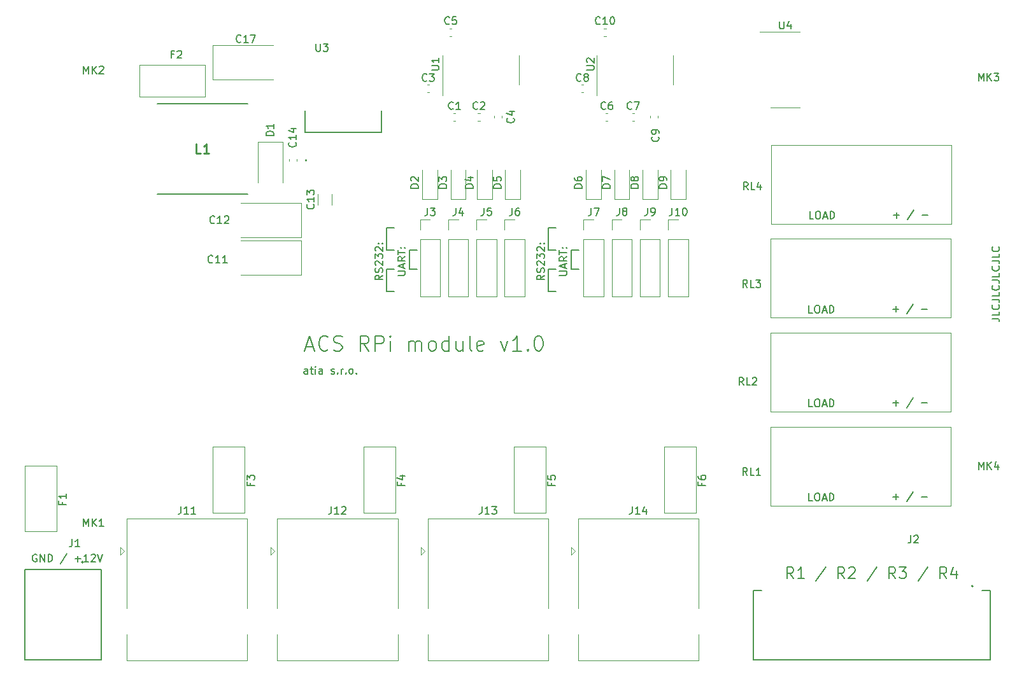
<source format=gto>
G04 #@! TF.GenerationSoftware,KiCad,Pcbnew,5.1.9*
G04 #@! TF.CreationDate,2021-02-24T22:30:28+01:00*
G04 #@! TF.ProjectId,rpi_module,7270695f-6d6f-4647-956c-652e6b696361,rev?*
G04 #@! TF.SameCoordinates,Original*
G04 #@! TF.FileFunction,Legend,Top*
G04 #@! TF.FilePolarity,Positive*
%FSLAX46Y46*%
G04 Gerber Fmt 4.6, Leading zero omitted, Abs format (unit mm)*
G04 Created by KiCad (PCBNEW 5.1.9) date 2021-02-24 22:30:28*
%MOMM*%
%LPD*%
G01*
G04 APERTURE LIST*
%ADD10C,0.150000*%
%ADD11C,0.200000*%
%ADD12C,0.127000*%
%ADD13C,0.120000*%
%ADD14C,0.254000*%
G04 APERTURE END LIST*
D10*
X329452380Y-106119047D02*
X330166666Y-106119047D01*
X330309523Y-106166666D01*
X330404761Y-106261904D01*
X330452380Y-106404761D01*
X330452380Y-106500000D01*
X330452380Y-105166666D02*
X330452380Y-105642857D01*
X329452380Y-105642857D01*
X330357142Y-104261904D02*
X330404761Y-104309523D01*
X330452380Y-104452380D01*
X330452380Y-104547619D01*
X330404761Y-104690476D01*
X330309523Y-104785714D01*
X330214285Y-104833333D01*
X330023809Y-104880952D01*
X329880952Y-104880952D01*
X329690476Y-104833333D01*
X329595238Y-104785714D01*
X329500000Y-104690476D01*
X329452380Y-104547619D01*
X329452380Y-104452380D01*
X329500000Y-104309523D01*
X329547619Y-104261904D01*
X329452380Y-103547619D02*
X330166666Y-103547619D01*
X330309523Y-103595238D01*
X330404761Y-103690476D01*
X330452380Y-103833333D01*
X330452380Y-103928571D01*
X330452380Y-102595238D02*
X330452380Y-103071428D01*
X329452380Y-103071428D01*
X330357142Y-101690476D02*
X330404761Y-101738095D01*
X330452380Y-101880952D01*
X330452380Y-101976190D01*
X330404761Y-102119047D01*
X330309523Y-102214285D01*
X330214285Y-102261904D01*
X330023809Y-102309523D01*
X329880952Y-102309523D01*
X329690476Y-102261904D01*
X329595238Y-102214285D01*
X329500000Y-102119047D01*
X329452380Y-101976190D01*
X329452380Y-101880952D01*
X329500000Y-101738095D01*
X329547619Y-101690476D01*
X329452380Y-100976190D02*
X330166666Y-100976190D01*
X330309523Y-101023809D01*
X330404761Y-101119047D01*
X330452380Y-101261904D01*
X330452380Y-101357142D01*
X330452380Y-100023809D02*
X330452380Y-100500000D01*
X329452380Y-100500000D01*
X330357142Y-99119047D02*
X330404761Y-99166666D01*
X330452380Y-99309523D01*
X330452380Y-99404761D01*
X330404761Y-99547619D01*
X330309523Y-99642857D01*
X330214285Y-99690476D01*
X330023809Y-99738095D01*
X329880952Y-99738095D01*
X329690476Y-99690476D01*
X329595238Y-99642857D01*
X329500000Y-99547619D01*
X329452380Y-99404761D01*
X329452380Y-99309523D01*
X329500000Y-99166666D01*
X329547619Y-99119047D01*
X329452380Y-98404761D02*
X330166666Y-98404761D01*
X330309523Y-98452380D01*
X330404761Y-98547619D01*
X330452380Y-98690476D01*
X330452380Y-98785714D01*
X330452380Y-97452380D02*
X330452380Y-97928571D01*
X329452380Y-97928571D01*
X330357142Y-96547619D02*
X330404761Y-96595238D01*
X330452380Y-96738095D01*
X330452380Y-96833333D01*
X330404761Y-96976190D01*
X330309523Y-97071428D01*
X330214285Y-97119047D01*
X330023809Y-97166666D01*
X329880952Y-97166666D01*
X329690476Y-97119047D01*
X329595238Y-97071428D01*
X329500000Y-96976190D01*
X329452380Y-96833333D01*
X329452380Y-96738095D01*
X329500000Y-96595238D01*
X329547619Y-96547619D01*
X238476190Y-113452380D02*
X238476190Y-112928571D01*
X238428571Y-112833333D01*
X238333333Y-112785714D01*
X238142857Y-112785714D01*
X238047619Y-112833333D01*
X238476190Y-113404761D02*
X238380952Y-113452380D01*
X238142857Y-113452380D01*
X238047619Y-113404761D01*
X238000000Y-113309523D01*
X238000000Y-113214285D01*
X238047619Y-113119047D01*
X238142857Y-113071428D01*
X238380952Y-113071428D01*
X238476190Y-113023809D01*
X238809523Y-112785714D02*
X239190476Y-112785714D01*
X238952380Y-112452380D02*
X238952380Y-113309523D01*
X239000000Y-113404761D01*
X239095238Y-113452380D01*
X239190476Y-113452380D01*
X239523809Y-113452380D02*
X239523809Y-112785714D01*
X239523809Y-112452380D02*
X239476190Y-112500000D01*
X239523809Y-112547619D01*
X239571428Y-112500000D01*
X239523809Y-112452380D01*
X239523809Y-112547619D01*
X240428571Y-113452380D02*
X240428571Y-112928571D01*
X240380952Y-112833333D01*
X240285714Y-112785714D01*
X240095238Y-112785714D01*
X240000000Y-112833333D01*
X240428571Y-113404761D02*
X240333333Y-113452380D01*
X240095238Y-113452380D01*
X240000000Y-113404761D01*
X239952380Y-113309523D01*
X239952380Y-113214285D01*
X240000000Y-113119047D01*
X240095238Y-113071428D01*
X240333333Y-113071428D01*
X240428571Y-113023809D01*
X241619047Y-113404761D02*
X241714285Y-113452380D01*
X241904761Y-113452380D01*
X242000000Y-113404761D01*
X242047619Y-113309523D01*
X242047619Y-113261904D01*
X242000000Y-113166666D01*
X241904761Y-113119047D01*
X241761904Y-113119047D01*
X241666666Y-113071428D01*
X241619047Y-112976190D01*
X241619047Y-112928571D01*
X241666666Y-112833333D01*
X241761904Y-112785714D01*
X241904761Y-112785714D01*
X242000000Y-112833333D01*
X242476190Y-113357142D02*
X242523809Y-113404761D01*
X242476190Y-113452380D01*
X242428571Y-113404761D01*
X242476190Y-113357142D01*
X242476190Y-113452380D01*
X242952380Y-113452380D02*
X242952380Y-112785714D01*
X242952380Y-112976190D02*
X243000000Y-112880952D01*
X243047619Y-112833333D01*
X243142857Y-112785714D01*
X243238095Y-112785714D01*
X243571428Y-113357142D02*
X243619047Y-113404761D01*
X243571428Y-113452380D01*
X243523809Y-113404761D01*
X243571428Y-113357142D01*
X243571428Y-113452380D01*
X244190476Y-113452380D02*
X244095238Y-113404761D01*
X244047619Y-113357142D01*
X244000000Y-113261904D01*
X244000000Y-112976190D01*
X244047619Y-112880952D01*
X244095238Y-112833333D01*
X244190476Y-112785714D01*
X244333333Y-112785714D01*
X244428571Y-112833333D01*
X244476190Y-112880952D01*
X244523809Y-112976190D01*
X244523809Y-113261904D01*
X244476190Y-113357142D01*
X244428571Y-113404761D01*
X244333333Y-113452380D01*
X244190476Y-113452380D01*
X244952380Y-113357142D02*
X245000000Y-113404761D01*
X244952380Y-113452380D01*
X244904761Y-113404761D01*
X244952380Y-113357142D01*
X244952380Y-113452380D01*
X238238095Y-109833333D02*
X239190476Y-109833333D01*
X238047619Y-110404761D02*
X238714285Y-108404761D01*
X239380952Y-110404761D01*
X241190476Y-110214285D02*
X241095238Y-110309523D01*
X240809523Y-110404761D01*
X240619047Y-110404761D01*
X240333333Y-110309523D01*
X240142857Y-110119047D01*
X240047619Y-109928571D01*
X239952380Y-109547619D01*
X239952380Y-109261904D01*
X240047619Y-108880952D01*
X240142857Y-108690476D01*
X240333333Y-108500000D01*
X240619047Y-108404761D01*
X240809523Y-108404761D01*
X241095238Y-108500000D01*
X241190476Y-108595238D01*
X241952380Y-110309523D02*
X242238095Y-110404761D01*
X242714285Y-110404761D01*
X242904761Y-110309523D01*
X243000000Y-110214285D01*
X243095238Y-110023809D01*
X243095238Y-109833333D01*
X243000000Y-109642857D01*
X242904761Y-109547619D01*
X242714285Y-109452380D01*
X242333333Y-109357142D01*
X242142857Y-109261904D01*
X242047619Y-109166666D01*
X241952380Y-108976190D01*
X241952380Y-108785714D01*
X242047619Y-108595238D01*
X242142857Y-108500000D01*
X242333333Y-108404761D01*
X242809523Y-108404761D01*
X243095238Y-108500000D01*
X246619047Y-110404761D02*
X245952380Y-109452380D01*
X245476190Y-110404761D02*
X245476190Y-108404761D01*
X246238095Y-108404761D01*
X246428571Y-108500000D01*
X246523809Y-108595238D01*
X246619047Y-108785714D01*
X246619047Y-109071428D01*
X246523809Y-109261904D01*
X246428571Y-109357142D01*
X246238095Y-109452380D01*
X245476190Y-109452380D01*
X247476190Y-110404761D02*
X247476190Y-108404761D01*
X248238095Y-108404761D01*
X248428571Y-108500000D01*
X248523809Y-108595238D01*
X248619047Y-108785714D01*
X248619047Y-109071428D01*
X248523809Y-109261904D01*
X248428571Y-109357142D01*
X248238095Y-109452380D01*
X247476190Y-109452380D01*
X249476190Y-110404761D02*
X249476190Y-109071428D01*
X249476190Y-108404761D02*
X249380952Y-108500000D01*
X249476190Y-108595238D01*
X249571428Y-108500000D01*
X249476190Y-108404761D01*
X249476190Y-108595238D01*
X251952380Y-110404761D02*
X251952380Y-109071428D01*
X251952380Y-109261904D02*
X252047619Y-109166666D01*
X252238095Y-109071428D01*
X252523809Y-109071428D01*
X252714285Y-109166666D01*
X252809523Y-109357142D01*
X252809523Y-110404761D01*
X252809523Y-109357142D02*
X252904761Y-109166666D01*
X253095238Y-109071428D01*
X253380952Y-109071428D01*
X253571428Y-109166666D01*
X253666666Y-109357142D01*
X253666666Y-110404761D01*
X254904761Y-110404761D02*
X254714285Y-110309523D01*
X254619047Y-110214285D01*
X254523809Y-110023809D01*
X254523809Y-109452380D01*
X254619047Y-109261904D01*
X254714285Y-109166666D01*
X254904761Y-109071428D01*
X255190476Y-109071428D01*
X255380952Y-109166666D01*
X255476190Y-109261904D01*
X255571428Y-109452380D01*
X255571428Y-110023809D01*
X255476190Y-110214285D01*
X255380952Y-110309523D01*
X255190476Y-110404761D01*
X254904761Y-110404761D01*
X257285714Y-110404761D02*
X257285714Y-108404761D01*
X257285714Y-110309523D02*
X257095238Y-110404761D01*
X256714285Y-110404761D01*
X256523809Y-110309523D01*
X256428571Y-110214285D01*
X256333333Y-110023809D01*
X256333333Y-109452380D01*
X256428571Y-109261904D01*
X256523809Y-109166666D01*
X256714285Y-109071428D01*
X257095238Y-109071428D01*
X257285714Y-109166666D01*
X259095238Y-109071428D02*
X259095238Y-110404761D01*
X258238095Y-109071428D02*
X258238095Y-110119047D01*
X258333333Y-110309523D01*
X258523809Y-110404761D01*
X258809523Y-110404761D01*
X259000000Y-110309523D01*
X259095238Y-110214285D01*
X260333333Y-110404761D02*
X260142857Y-110309523D01*
X260047619Y-110119047D01*
X260047619Y-108404761D01*
X261857142Y-110309523D02*
X261666666Y-110404761D01*
X261285714Y-110404761D01*
X261095238Y-110309523D01*
X261000000Y-110119047D01*
X261000000Y-109357142D01*
X261095238Y-109166666D01*
X261285714Y-109071428D01*
X261666666Y-109071428D01*
X261857142Y-109166666D01*
X261952380Y-109357142D01*
X261952380Y-109547619D01*
X261000000Y-109738095D01*
X264142857Y-109071428D02*
X264619047Y-110404761D01*
X265095238Y-109071428D01*
X266904761Y-110404761D02*
X265761904Y-110404761D01*
X266333333Y-110404761D02*
X266333333Y-108404761D01*
X266142857Y-108690476D01*
X265952380Y-108880952D01*
X265761904Y-108976190D01*
X267761904Y-110214285D02*
X267857142Y-110309523D01*
X267761904Y-110404761D01*
X267666666Y-110309523D01*
X267761904Y-110214285D01*
X267761904Y-110404761D01*
X269095238Y-108404761D02*
X269285714Y-108404761D01*
X269476190Y-108500000D01*
X269571428Y-108595238D01*
X269666666Y-108785714D01*
X269761904Y-109166666D01*
X269761904Y-109642857D01*
X269666666Y-110023809D01*
X269571428Y-110214285D01*
X269476190Y-110309523D01*
X269285714Y-110404761D01*
X269095238Y-110404761D01*
X268904761Y-110309523D01*
X268809523Y-110214285D01*
X268714285Y-110023809D01*
X268619047Y-109642857D01*
X268619047Y-109166666D01*
X268714285Y-108785714D01*
X268809523Y-108595238D01*
X268904761Y-108500000D01*
X269095238Y-108404761D01*
X303071428Y-140678571D02*
X302571428Y-139964285D01*
X302214285Y-140678571D02*
X302214285Y-139178571D01*
X302785714Y-139178571D01*
X302928571Y-139250000D01*
X303000000Y-139321428D01*
X303071428Y-139464285D01*
X303071428Y-139678571D01*
X303000000Y-139821428D01*
X302928571Y-139892857D01*
X302785714Y-139964285D01*
X302214285Y-139964285D01*
X304500000Y-140678571D02*
X303642857Y-140678571D01*
X304071428Y-140678571D02*
X304071428Y-139178571D01*
X303928571Y-139392857D01*
X303785714Y-139535714D01*
X303642857Y-139607142D01*
X307357142Y-139107142D02*
X306071428Y-141035714D01*
X309857142Y-140678571D02*
X309357142Y-139964285D01*
X309000000Y-140678571D02*
X309000000Y-139178571D01*
X309571428Y-139178571D01*
X309714285Y-139250000D01*
X309785714Y-139321428D01*
X309857142Y-139464285D01*
X309857142Y-139678571D01*
X309785714Y-139821428D01*
X309714285Y-139892857D01*
X309571428Y-139964285D01*
X309000000Y-139964285D01*
X310428571Y-139321428D02*
X310500000Y-139250000D01*
X310642857Y-139178571D01*
X311000000Y-139178571D01*
X311142857Y-139250000D01*
X311214285Y-139321428D01*
X311285714Y-139464285D01*
X311285714Y-139607142D01*
X311214285Y-139821428D01*
X310357142Y-140678571D01*
X311285714Y-140678571D01*
X314142857Y-139107142D02*
X312857142Y-141035714D01*
X316642857Y-140678571D02*
X316142857Y-139964285D01*
X315785714Y-140678571D02*
X315785714Y-139178571D01*
X316357142Y-139178571D01*
X316500000Y-139250000D01*
X316571428Y-139321428D01*
X316642857Y-139464285D01*
X316642857Y-139678571D01*
X316571428Y-139821428D01*
X316500000Y-139892857D01*
X316357142Y-139964285D01*
X315785714Y-139964285D01*
X317142857Y-139178571D02*
X318071428Y-139178571D01*
X317571428Y-139750000D01*
X317785714Y-139750000D01*
X317928571Y-139821428D01*
X318000000Y-139892857D01*
X318071428Y-140035714D01*
X318071428Y-140392857D01*
X318000000Y-140535714D01*
X317928571Y-140607142D01*
X317785714Y-140678571D01*
X317357142Y-140678571D01*
X317214285Y-140607142D01*
X317142857Y-140535714D01*
X320928571Y-139107142D02*
X319642857Y-141035714D01*
X323428571Y-140678571D02*
X322928571Y-139964285D01*
X322571428Y-140678571D02*
X322571428Y-139178571D01*
X323142857Y-139178571D01*
X323285714Y-139250000D01*
X323357142Y-139321428D01*
X323428571Y-139464285D01*
X323428571Y-139678571D01*
X323357142Y-139821428D01*
X323285714Y-139892857D01*
X323142857Y-139964285D01*
X322571428Y-139964285D01*
X324714285Y-139678571D02*
X324714285Y-140678571D01*
X324357142Y-139107142D02*
X324000000Y-140178571D01*
X324928571Y-140178571D01*
X269952380Y-100333333D02*
X269476190Y-100666666D01*
X269952380Y-100904761D02*
X268952380Y-100904761D01*
X268952380Y-100523809D01*
X269000000Y-100428571D01*
X269047619Y-100380952D01*
X269142857Y-100333333D01*
X269285714Y-100333333D01*
X269380952Y-100380952D01*
X269428571Y-100428571D01*
X269476190Y-100523809D01*
X269476190Y-100904761D01*
X269904761Y-99952380D02*
X269952380Y-99809523D01*
X269952380Y-99571428D01*
X269904761Y-99476190D01*
X269857142Y-99428571D01*
X269761904Y-99380952D01*
X269666666Y-99380952D01*
X269571428Y-99428571D01*
X269523809Y-99476190D01*
X269476190Y-99571428D01*
X269428571Y-99761904D01*
X269380952Y-99857142D01*
X269333333Y-99904761D01*
X269238095Y-99952380D01*
X269142857Y-99952380D01*
X269047619Y-99904761D01*
X269000000Y-99857142D01*
X268952380Y-99761904D01*
X268952380Y-99523809D01*
X269000000Y-99380952D01*
X269047619Y-99000000D02*
X269000000Y-98952380D01*
X268952380Y-98857142D01*
X268952380Y-98619047D01*
X269000000Y-98523809D01*
X269047619Y-98476190D01*
X269142857Y-98428571D01*
X269238095Y-98428571D01*
X269380952Y-98476190D01*
X269952380Y-99047619D01*
X269952380Y-98428571D01*
X268952380Y-98095238D02*
X268952380Y-97476190D01*
X269333333Y-97809523D01*
X269333333Y-97666666D01*
X269380952Y-97571428D01*
X269428571Y-97523809D01*
X269523809Y-97476190D01*
X269761904Y-97476190D01*
X269857142Y-97523809D01*
X269904761Y-97571428D01*
X269952380Y-97666666D01*
X269952380Y-97952380D01*
X269904761Y-98047619D01*
X269857142Y-98095238D01*
X269047619Y-97095238D02*
X269000000Y-97047619D01*
X268952380Y-96952380D01*
X268952380Y-96714285D01*
X269000000Y-96619047D01*
X269047619Y-96571428D01*
X269142857Y-96523809D01*
X269238095Y-96523809D01*
X269380952Y-96571428D01*
X269952380Y-97142857D01*
X269952380Y-96523809D01*
X269857142Y-96095238D02*
X269904761Y-96047619D01*
X269952380Y-96095238D01*
X269904761Y-96142857D01*
X269857142Y-96095238D01*
X269952380Y-96095238D01*
X269333333Y-96095238D02*
X269380952Y-96047619D01*
X269428571Y-96095238D01*
X269380952Y-96142857D01*
X269333333Y-96095238D01*
X269428571Y-96095238D01*
X274500000Y-99500000D02*
X273500000Y-99500000D01*
X271500000Y-97000000D02*
X270500000Y-97000000D01*
X273500000Y-99500000D02*
X273500000Y-97000000D01*
X271500000Y-102500000D02*
X270500000Y-102500000D01*
X270500000Y-94000000D02*
X271500000Y-94000000D01*
X273500000Y-97000000D02*
X274500000Y-97000000D01*
X270500000Y-99500000D02*
X271500000Y-99500000D01*
X271952380Y-100333333D02*
X272761904Y-100333333D01*
X272857142Y-100285714D01*
X272904761Y-100238095D01*
X272952380Y-100142857D01*
X272952380Y-99952380D01*
X272904761Y-99857142D01*
X272857142Y-99809523D01*
X272761904Y-99761904D01*
X271952380Y-99761904D01*
X272666666Y-99333333D02*
X272666666Y-98857142D01*
X272952380Y-99428571D02*
X271952380Y-99095238D01*
X272952380Y-98761904D01*
X272952380Y-97857142D02*
X272476190Y-98190476D01*
X272952380Y-98428571D02*
X271952380Y-98428571D01*
X271952380Y-98047619D01*
X272000000Y-97952380D01*
X272047619Y-97904761D01*
X272142857Y-97857142D01*
X272285714Y-97857142D01*
X272380952Y-97904761D01*
X272428571Y-97952380D01*
X272476190Y-98047619D01*
X272476190Y-98428571D01*
X271952380Y-97571428D02*
X271952380Y-97000000D01*
X272952380Y-97285714D02*
X271952380Y-97285714D01*
X272857142Y-96666666D02*
X272904761Y-96619047D01*
X272952380Y-96666666D01*
X272904761Y-96714285D01*
X272857142Y-96666666D01*
X272952380Y-96666666D01*
X272333333Y-96666666D02*
X272380952Y-96619047D01*
X272428571Y-96666666D01*
X272380952Y-96714285D01*
X272333333Y-96666666D01*
X272428571Y-96666666D01*
X270500000Y-102500000D02*
X270500000Y-99500000D01*
X270500000Y-97000000D02*
X270500000Y-94000000D01*
X248452380Y-100333333D02*
X247976190Y-100666666D01*
X248452380Y-100904761D02*
X247452380Y-100904761D01*
X247452380Y-100523809D01*
X247500000Y-100428571D01*
X247547619Y-100380952D01*
X247642857Y-100333333D01*
X247785714Y-100333333D01*
X247880952Y-100380952D01*
X247928571Y-100428571D01*
X247976190Y-100523809D01*
X247976190Y-100904761D01*
X248404761Y-99952380D02*
X248452380Y-99809523D01*
X248452380Y-99571428D01*
X248404761Y-99476190D01*
X248357142Y-99428571D01*
X248261904Y-99380952D01*
X248166666Y-99380952D01*
X248071428Y-99428571D01*
X248023809Y-99476190D01*
X247976190Y-99571428D01*
X247928571Y-99761904D01*
X247880952Y-99857142D01*
X247833333Y-99904761D01*
X247738095Y-99952380D01*
X247642857Y-99952380D01*
X247547619Y-99904761D01*
X247500000Y-99857142D01*
X247452380Y-99761904D01*
X247452380Y-99523809D01*
X247500000Y-99380952D01*
X247547619Y-99000000D02*
X247500000Y-98952380D01*
X247452380Y-98857142D01*
X247452380Y-98619047D01*
X247500000Y-98523809D01*
X247547619Y-98476190D01*
X247642857Y-98428571D01*
X247738095Y-98428571D01*
X247880952Y-98476190D01*
X248452380Y-99047619D01*
X248452380Y-98428571D01*
X247452380Y-98095238D02*
X247452380Y-97476190D01*
X247833333Y-97809523D01*
X247833333Y-97666666D01*
X247880952Y-97571428D01*
X247928571Y-97523809D01*
X248023809Y-97476190D01*
X248261904Y-97476190D01*
X248357142Y-97523809D01*
X248404761Y-97571428D01*
X248452380Y-97666666D01*
X248452380Y-97952380D01*
X248404761Y-98047619D01*
X248357142Y-98095238D01*
X247547619Y-97095238D02*
X247500000Y-97047619D01*
X247452380Y-96952380D01*
X247452380Y-96714285D01*
X247500000Y-96619047D01*
X247547619Y-96571428D01*
X247642857Y-96523809D01*
X247738095Y-96523809D01*
X247880952Y-96571428D01*
X248452380Y-97142857D01*
X248452380Y-96523809D01*
X248357142Y-96095238D02*
X248404761Y-96047619D01*
X248452380Y-96095238D01*
X248404761Y-96142857D01*
X248357142Y-96095238D01*
X248452380Y-96095238D01*
X247833333Y-96095238D02*
X247880952Y-96047619D01*
X247928571Y-96095238D01*
X247880952Y-96142857D01*
X247833333Y-96095238D01*
X247928571Y-96095238D01*
X249000000Y-94000000D02*
X250000000Y-94000000D01*
X249000000Y-97000000D02*
X249000000Y-94000000D01*
X250000000Y-97000000D02*
X249000000Y-97000000D01*
X249000000Y-99500000D02*
X250000000Y-99500000D01*
X249000000Y-102500000D02*
X249000000Y-99500000D01*
X250000000Y-102500000D02*
X249000000Y-102500000D01*
X250452380Y-100333333D02*
X251261904Y-100333333D01*
X251357142Y-100285714D01*
X251404761Y-100238095D01*
X251452380Y-100142857D01*
X251452380Y-99952380D01*
X251404761Y-99857142D01*
X251357142Y-99809523D01*
X251261904Y-99761904D01*
X250452380Y-99761904D01*
X251166666Y-99333333D02*
X251166666Y-98857142D01*
X251452380Y-99428571D02*
X250452380Y-99095238D01*
X251452380Y-98761904D01*
X251452380Y-97857142D02*
X250976190Y-98190476D01*
X251452380Y-98428571D02*
X250452380Y-98428571D01*
X250452380Y-98047619D01*
X250500000Y-97952380D01*
X250547619Y-97904761D01*
X250642857Y-97857142D01*
X250785714Y-97857142D01*
X250880952Y-97904761D01*
X250928571Y-97952380D01*
X250976190Y-98047619D01*
X250976190Y-98428571D01*
X250452380Y-97571428D02*
X250452380Y-97000000D01*
X251452380Y-97285714D02*
X250452380Y-97285714D01*
X251357142Y-96666666D02*
X251404761Y-96619047D01*
X251452380Y-96666666D01*
X251404761Y-96714285D01*
X251357142Y-96666666D01*
X251452380Y-96666666D01*
X250833333Y-96666666D02*
X250880952Y-96619047D01*
X250928571Y-96666666D01*
X250880952Y-96714285D01*
X250833333Y-96666666D01*
X250928571Y-96666666D01*
X252000000Y-97000000D02*
X253000000Y-97000000D01*
X252000000Y-99500000D02*
X252000000Y-97000000D01*
X253000000Y-99500000D02*
X252000000Y-99500000D01*
X202452380Y-137500000D02*
X202357142Y-137452380D01*
X202214285Y-137452380D01*
X202071428Y-137500000D01*
X201976190Y-137595238D01*
X201928571Y-137690476D01*
X201880952Y-137880952D01*
X201880952Y-138023809D01*
X201928571Y-138214285D01*
X201976190Y-138309523D01*
X202071428Y-138404761D01*
X202214285Y-138452380D01*
X202309523Y-138452380D01*
X202452380Y-138404761D01*
X202500000Y-138357142D01*
X202500000Y-138023809D01*
X202309523Y-138023809D01*
X202928571Y-138452380D02*
X202928571Y-137452380D01*
X203500000Y-138452380D01*
X203500000Y-137452380D01*
X203976190Y-138452380D02*
X203976190Y-137452380D01*
X204214285Y-137452380D01*
X204357142Y-137500000D01*
X204452380Y-137595238D01*
X204500000Y-137690476D01*
X204547619Y-137880952D01*
X204547619Y-138023809D01*
X204500000Y-138214285D01*
X204452380Y-138309523D01*
X204357142Y-138404761D01*
X204214285Y-138452380D01*
X203976190Y-138452380D01*
X206452380Y-137404761D02*
X205595238Y-138690476D01*
X207547619Y-138071428D02*
X208309523Y-138071428D01*
X207928571Y-138452380D02*
X207928571Y-137690476D01*
X209309523Y-138452380D02*
X208738095Y-138452380D01*
X209023809Y-138452380D02*
X209023809Y-137452380D01*
X208928571Y-137595238D01*
X208833333Y-137690476D01*
X208738095Y-137738095D01*
X209690476Y-137547619D02*
X209738095Y-137500000D01*
X209833333Y-137452380D01*
X210071428Y-137452380D01*
X210166666Y-137500000D01*
X210214285Y-137547619D01*
X210261904Y-137642857D01*
X210261904Y-137738095D01*
X210214285Y-137880952D01*
X209642857Y-138452380D01*
X210261904Y-138452380D01*
X210547619Y-137452380D02*
X210880952Y-138452380D01*
X211214285Y-137452380D01*
D11*
X218500000Y-89500000D02*
X230500000Y-89500000D01*
X230500000Y-77500000D02*
X218500000Y-77500000D01*
D12*
X211080000Y-139500000D02*
X211080000Y-151500000D01*
X200920000Y-151500000D02*
X200920000Y-139500000D01*
X211080000Y-151500000D02*
X200920000Y-151500000D01*
X200920000Y-139500000D02*
X211080000Y-139500000D01*
D11*
X208640000Y-138500000D02*
G75*
G03*
X208640000Y-138500000I-100000J0D01*
G01*
D12*
X329245000Y-142300000D02*
X329245000Y-151500000D01*
X297755000Y-151500000D02*
X297755000Y-142300000D01*
X329245000Y-151500000D02*
X297755000Y-151500000D01*
X298845000Y-142300000D02*
X297755000Y-142300000D01*
X329245000Y-142300000D02*
X328155000Y-142300000D01*
D11*
X326935000Y-141700000D02*
G75*
G03*
X326935000Y-141700000I-100000J0D01*
G01*
D13*
X300095500Y-83000000D02*
X300095500Y-93500000D01*
X300095500Y-93500000D02*
X324095500Y-93500000D01*
X324095500Y-93500000D02*
X324095500Y-83000000D01*
X324095500Y-83000000D02*
X300095500Y-83000000D01*
X300095500Y-93500000D02*
X304444000Y-93500000D01*
X300000000Y-95500000D02*
X300000000Y-106000000D01*
X300000000Y-106000000D02*
X324000000Y-106000000D01*
X324000000Y-106000000D02*
X324000000Y-95500000D01*
X324000000Y-95500000D02*
X300000000Y-95500000D01*
X300000000Y-106000000D02*
X304348500Y-106000000D01*
X300000000Y-108000000D02*
X300000000Y-118500000D01*
X300000000Y-118500000D02*
X324000000Y-118500000D01*
X324000000Y-118500000D02*
X324000000Y-108000000D01*
X324000000Y-108000000D02*
X300000000Y-108000000D01*
X300000000Y-118500000D02*
X304348500Y-118500000D01*
X300000000Y-120500000D02*
X300000000Y-131000000D01*
X300000000Y-131000000D02*
X324000000Y-131000000D01*
X324000000Y-131000000D02*
X324000000Y-120500000D01*
X324000000Y-120500000D02*
X300000000Y-120500000D01*
X300000000Y-131000000D02*
X304348500Y-131000000D01*
X302000000Y-78060000D02*
X303950000Y-78060000D01*
X302000000Y-78060000D02*
X300050000Y-78060000D01*
X302000000Y-67940000D02*
X303950000Y-67940000D01*
X302000000Y-67940000D02*
X298550000Y-67940000D01*
D11*
X238350000Y-85050000D02*
G75*
G03*
X238350000Y-85050000I-100000J0D01*
G01*
D12*
X238170000Y-78450000D02*
X238170000Y-81325000D01*
X238170000Y-81325000D02*
X248330000Y-81325000D01*
X248330000Y-81325000D02*
X248330000Y-78450000D01*
D13*
X287060000Y-73000000D02*
X287060000Y-71050000D01*
X287060000Y-73000000D02*
X287060000Y-74950000D01*
X276940000Y-73000000D02*
X276940000Y-71050000D01*
X276940000Y-73000000D02*
X276940000Y-76450000D01*
X266560000Y-73000000D02*
X266560000Y-71050000D01*
X266560000Y-73000000D02*
X266560000Y-74950000D01*
X256440000Y-73000000D02*
X256440000Y-71050000D01*
X256440000Y-73000000D02*
X256440000Y-76450000D01*
X290455000Y-132720000D02*
X290455000Y-144650000D01*
X290455000Y-132720000D02*
X274435000Y-132720000D01*
X274435000Y-132720000D02*
X274435000Y-144650000D01*
X290455000Y-151590000D02*
X274435000Y-151590000D01*
X290455000Y-148150000D02*
X290455000Y-151590000D01*
X274067000Y-137000000D02*
X273559000Y-136492000D01*
X273559000Y-136492000D02*
X273559000Y-137508000D01*
X273559000Y-137508000D02*
X274067000Y-137000000D01*
X274435000Y-148150000D02*
X274435000Y-151590000D01*
X270455000Y-132720000D02*
X270455000Y-144650000D01*
X270455000Y-132720000D02*
X254435000Y-132720000D01*
X254435000Y-132720000D02*
X254435000Y-144650000D01*
X270455000Y-151590000D02*
X254435000Y-151590000D01*
X270455000Y-148150000D02*
X270455000Y-151590000D01*
X254067000Y-137000000D02*
X253559000Y-136492000D01*
X253559000Y-136492000D02*
X253559000Y-137508000D01*
X253559000Y-137508000D02*
X254067000Y-137000000D01*
X254435000Y-148150000D02*
X254435000Y-151590000D01*
X250455000Y-132720000D02*
X250455000Y-144650000D01*
X250455000Y-132720000D02*
X234435000Y-132720000D01*
X234435000Y-132720000D02*
X234435000Y-144650000D01*
X250455000Y-151590000D02*
X234435000Y-151590000D01*
X250455000Y-148150000D02*
X250455000Y-151590000D01*
X234067000Y-137000000D02*
X233559000Y-136492000D01*
X233559000Y-136492000D02*
X233559000Y-137508000D01*
X233559000Y-137508000D02*
X234067000Y-137000000D01*
X234435000Y-148150000D02*
X234435000Y-151590000D01*
X230455000Y-132720000D02*
X230455000Y-144650000D01*
X230455000Y-132720000D02*
X214435000Y-132720000D01*
X214435000Y-132720000D02*
X214435000Y-144650000D01*
X230455000Y-151590000D02*
X214435000Y-151590000D01*
X230455000Y-148150000D02*
X230455000Y-151590000D01*
X214067000Y-137000000D02*
X213559000Y-136492000D01*
X213559000Y-136492000D02*
X213559000Y-137508000D01*
X213559000Y-137508000D02*
X214067000Y-137000000D01*
X214435000Y-148150000D02*
X214435000Y-151590000D01*
X286420000Y-103200000D02*
X289080000Y-103200000D01*
X286420000Y-95520000D02*
X286420000Y-103200000D01*
X289080000Y-95520000D02*
X289080000Y-103200000D01*
X286420000Y-95520000D02*
X289080000Y-95520000D01*
X286420000Y-94250000D02*
X286420000Y-92920000D01*
X286420000Y-92920000D02*
X287750000Y-92920000D01*
X282670000Y-103200000D02*
X285330000Y-103200000D01*
X282670000Y-95520000D02*
X282670000Y-103200000D01*
X285330000Y-95520000D02*
X285330000Y-103200000D01*
X282670000Y-95520000D02*
X285330000Y-95520000D01*
X282670000Y-94250000D02*
X282670000Y-92920000D01*
X282670000Y-92920000D02*
X284000000Y-92920000D01*
X278920000Y-103200000D02*
X281580000Y-103200000D01*
X278920000Y-95520000D02*
X278920000Y-103200000D01*
X281580000Y-95520000D02*
X281580000Y-103200000D01*
X278920000Y-95520000D02*
X281580000Y-95520000D01*
X278920000Y-94250000D02*
X278920000Y-92920000D01*
X278920000Y-92920000D02*
X280250000Y-92920000D01*
X275170000Y-103200000D02*
X277830000Y-103200000D01*
X275170000Y-95520000D02*
X275170000Y-103200000D01*
X277830000Y-95520000D02*
X277830000Y-103200000D01*
X275170000Y-95520000D02*
X277830000Y-95520000D01*
X275170000Y-94250000D02*
X275170000Y-92920000D01*
X275170000Y-92920000D02*
X276500000Y-92920000D01*
X264670000Y-103200000D02*
X267330000Y-103200000D01*
X264670000Y-95520000D02*
X264670000Y-103200000D01*
X267330000Y-95520000D02*
X267330000Y-103200000D01*
X264670000Y-95520000D02*
X267330000Y-95520000D01*
X264670000Y-94250000D02*
X264670000Y-92920000D01*
X264670000Y-92920000D02*
X266000000Y-92920000D01*
X260920000Y-103200000D02*
X263580000Y-103200000D01*
X260920000Y-95520000D02*
X260920000Y-103200000D01*
X263580000Y-95520000D02*
X263580000Y-103200000D01*
X260920000Y-95520000D02*
X263580000Y-95520000D01*
X260920000Y-94250000D02*
X260920000Y-92920000D01*
X260920000Y-92920000D02*
X262250000Y-92920000D01*
X257170000Y-103200000D02*
X259830000Y-103200000D01*
X257170000Y-95520000D02*
X257170000Y-103200000D01*
X259830000Y-95520000D02*
X259830000Y-103200000D01*
X257170000Y-95520000D02*
X259830000Y-95520000D01*
X257170000Y-94250000D02*
X257170000Y-92920000D01*
X257170000Y-92920000D02*
X258500000Y-92920000D01*
X253420000Y-103200000D02*
X256080000Y-103200000D01*
X253420000Y-95520000D02*
X253420000Y-103200000D01*
X256080000Y-95520000D02*
X256080000Y-103200000D01*
X253420000Y-95520000D02*
X256080000Y-95520000D01*
X253420000Y-94250000D02*
X253420000Y-92920000D01*
X253420000Y-92920000D02*
X254750000Y-92920000D01*
X290120000Y-123170000D02*
X290120000Y-131910000D01*
X290120000Y-123170000D02*
X285880000Y-123170000D01*
X285880000Y-131910000D02*
X290120000Y-131910000D01*
X285880000Y-131910000D02*
X285880000Y-123170000D01*
X270120000Y-123170000D02*
X270120000Y-131910000D01*
X270120000Y-123170000D02*
X265880000Y-123170000D01*
X265880000Y-131910000D02*
X270120000Y-131910000D01*
X265880000Y-131910000D02*
X265880000Y-123170000D01*
X250120000Y-123170000D02*
X250120000Y-131910000D01*
X250120000Y-123170000D02*
X245880000Y-123170000D01*
X245880000Y-131910000D02*
X250120000Y-131910000D01*
X245880000Y-131910000D02*
X245880000Y-123170000D01*
X230120000Y-123170000D02*
X230120000Y-131910000D01*
X230120000Y-123170000D02*
X225880000Y-123170000D01*
X225880000Y-131910000D02*
X230120000Y-131910000D01*
X225880000Y-131910000D02*
X225880000Y-123170000D01*
X224830000Y-76620000D02*
X216090000Y-76620000D01*
X224830000Y-76620000D02*
X224830000Y-72380000D01*
X216090000Y-72380000D02*
X216090000Y-76620000D01*
X216090000Y-72380000D02*
X224830000Y-72380000D01*
X205120000Y-125670000D02*
X205120000Y-134410000D01*
X205120000Y-125670000D02*
X200880000Y-125670000D01*
X200880000Y-134410000D02*
X205120000Y-134410000D01*
X200880000Y-134410000D02*
X200880000Y-125670000D01*
X286750000Y-90250000D02*
X288750000Y-90250000D01*
X288750000Y-90250000D02*
X288750000Y-86350000D01*
X286750000Y-90250000D02*
X286750000Y-86350000D01*
X283000000Y-90250000D02*
X285000000Y-90250000D01*
X285000000Y-90250000D02*
X285000000Y-86350000D01*
X283000000Y-90250000D02*
X283000000Y-86350000D01*
X279250000Y-90250000D02*
X281250000Y-90250000D01*
X281250000Y-90250000D02*
X281250000Y-86350000D01*
X279250000Y-90250000D02*
X279250000Y-86350000D01*
X275500000Y-90250000D02*
X277500000Y-90250000D01*
X277500000Y-90250000D02*
X277500000Y-86350000D01*
X275500000Y-90250000D02*
X275500000Y-86350000D01*
X264750000Y-90250000D02*
X266750000Y-90250000D01*
X266750000Y-90250000D02*
X266750000Y-86350000D01*
X264750000Y-90250000D02*
X264750000Y-86350000D01*
X261000000Y-90250000D02*
X263000000Y-90250000D01*
X263000000Y-90250000D02*
X263000000Y-86350000D01*
X261000000Y-90250000D02*
X261000000Y-86350000D01*
X257500000Y-90250000D02*
X259500000Y-90250000D01*
X259500000Y-90250000D02*
X259500000Y-86350000D01*
X257500000Y-90250000D02*
X257500000Y-86350000D01*
X253750000Y-90250000D02*
X255750000Y-90250000D01*
X255750000Y-90250000D02*
X255750000Y-86350000D01*
X253750000Y-90250000D02*
X253750000Y-86350000D01*
X235150000Y-82600000D02*
X231850000Y-82600000D01*
X231850000Y-82600000D02*
X231850000Y-88000000D01*
X235150000Y-82600000D02*
X235150000Y-88000000D01*
X233900000Y-69740000D02*
X225840000Y-69740000D01*
X225840000Y-69740000D02*
X225840000Y-74260000D01*
X225840000Y-74260000D02*
X233900000Y-74260000D01*
X237010000Y-84859420D02*
X237010000Y-85140580D01*
X235990000Y-84859420D02*
X235990000Y-85140580D01*
X239840000Y-90961252D02*
X239840000Y-89538748D01*
X241660000Y-90961252D02*
X241660000Y-89538748D01*
X229600000Y-95260000D02*
X237660000Y-95260000D01*
X237660000Y-95260000D02*
X237660000Y-90740000D01*
X237660000Y-90740000D02*
X229600000Y-90740000D01*
X229600000Y-100260000D02*
X237660000Y-100260000D01*
X237660000Y-100260000D02*
X237660000Y-95740000D01*
X237660000Y-95740000D02*
X229600000Y-95740000D01*
X278140580Y-68510000D02*
X277859420Y-68510000D01*
X278140580Y-67490000D02*
X277859420Y-67490000D01*
X283990000Y-79390580D02*
X283990000Y-79109420D01*
X285010000Y-79390580D02*
X285010000Y-79109420D01*
X274859420Y-74990000D02*
X275140580Y-74990000D01*
X274859420Y-76010000D02*
X275140580Y-76010000D01*
X281609420Y-78740000D02*
X281890580Y-78740000D01*
X281609420Y-79760000D02*
X281890580Y-79760000D01*
X278109420Y-78740000D02*
X278390580Y-78740000D01*
X278109420Y-79760000D02*
X278390580Y-79760000D01*
X257640580Y-68510000D02*
X257359420Y-68510000D01*
X257640580Y-67490000D02*
X257359420Y-67490000D01*
X263240000Y-79390580D02*
X263240000Y-79109420D01*
X264260000Y-79390580D02*
X264260000Y-79109420D01*
X254359420Y-74990000D02*
X254640580Y-74990000D01*
X254359420Y-76010000D02*
X254640580Y-76010000D01*
X261109420Y-78740000D02*
X261390580Y-78740000D01*
X261109420Y-79760000D02*
X261390580Y-79760000D01*
X257859420Y-78740000D02*
X258140580Y-78740000D01*
X257859420Y-79760000D02*
X258140580Y-79760000D01*
D14*
X224288333Y-84074523D02*
X223683571Y-84074523D01*
X223683571Y-82804523D01*
X225376904Y-84074523D02*
X224651190Y-84074523D01*
X225014047Y-84074523D02*
X225014047Y-82804523D01*
X224893095Y-82985952D01*
X224772142Y-83106904D01*
X224651190Y-83167380D01*
D10*
X207166666Y-135452380D02*
X207166666Y-136166666D01*
X207119047Y-136309523D01*
X207023809Y-136404761D01*
X206880952Y-136452380D01*
X206785714Y-136452380D01*
X208166666Y-136452380D02*
X207595238Y-136452380D01*
X207880952Y-136452380D02*
X207880952Y-135452380D01*
X207785714Y-135595238D01*
X207690476Y-135690476D01*
X207595238Y-135738095D01*
X318666666Y-134952380D02*
X318666666Y-135666666D01*
X318619047Y-135809523D01*
X318523809Y-135904761D01*
X318380952Y-135952380D01*
X318285714Y-135952380D01*
X319095238Y-135047619D02*
X319142857Y-135000000D01*
X319238095Y-134952380D01*
X319476190Y-134952380D01*
X319571428Y-135000000D01*
X319619047Y-135047619D01*
X319666666Y-135142857D01*
X319666666Y-135238095D01*
X319619047Y-135380952D01*
X319047619Y-135952380D01*
X319666666Y-135952380D01*
X297024071Y-88952380D02*
X296690738Y-88476190D01*
X296452642Y-88952380D02*
X296452642Y-87952380D01*
X296833595Y-87952380D01*
X296928833Y-88000000D01*
X296976452Y-88047619D01*
X297024071Y-88142857D01*
X297024071Y-88285714D01*
X296976452Y-88380952D01*
X296928833Y-88428571D01*
X296833595Y-88476190D01*
X296452642Y-88476190D01*
X297928833Y-88952380D02*
X297452642Y-88952380D01*
X297452642Y-87952380D01*
X298690738Y-88285714D02*
X298690738Y-88952380D01*
X298452642Y-87904761D02*
X298214547Y-88619047D01*
X298833595Y-88619047D01*
X316382285Y-92328428D02*
X317144190Y-92328428D01*
X316763238Y-92709380D02*
X316763238Y-91947476D01*
X319096571Y-91661761D02*
X318239428Y-92947476D01*
X320191809Y-92328428D02*
X320953714Y-92328428D01*
X305714142Y-92836380D02*
X305237952Y-92836380D01*
X305237952Y-91836380D01*
X306237952Y-91836380D02*
X306428428Y-91836380D01*
X306523666Y-91884000D01*
X306618904Y-91979238D01*
X306666523Y-92169714D01*
X306666523Y-92503047D01*
X306618904Y-92693523D01*
X306523666Y-92788761D01*
X306428428Y-92836380D01*
X306237952Y-92836380D01*
X306142714Y-92788761D01*
X306047476Y-92693523D01*
X305999857Y-92503047D01*
X305999857Y-92169714D01*
X306047476Y-91979238D01*
X306142714Y-91884000D01*
X306237952Y-91836380D01*
X307047476Y-92550666D02*
X307523666Y-92550666D01*
X306952238Y-92836380D02*
X307285571Y-91836380D01*
X307618904Y-92836380D01*
X307952238Y-92836380D02*
X307952238Y-91836380D01*
X308190333Y-91836380D01*
X308333190Y-91884000D01*
X308428428Y-91979238D01*
X308476047Y-92074476D01*
X308523666Y-92264952D01*
X308523666Y-92407809D01*
X308476047Y-92598285D01*
X308428428Y-92693523D01*
X308333190Y-92788761D01*
X308190333Y-92836380D01*
X307952238Y-92836380D01*
X296928571Y-101952380D02*
X296595238Y-101476190D01*
X296357142Y-101952380D02*
X296357142Y-100952380D01*
X296738095Y-100952380D01*
X296833333Y-101000000D01*
X296880952Y-101047619D01*
X296928571Y-101142857D01*
X296928571Y-101285714D01*
X296880952Y-101380952D01*
X296833333Y-101428571D01*
X296738095Y-101476190D01*
X296357142Y-101476190D01*
X297833333Y-101952380D02*
X297357142Y-101952380D01*
X297357142Y-100952380D01*
X298071428Y-100952380D02*
X298690476Y-100952380D01*
X298357142Y-101333333D01*
X298500000Y-101333333D01*
X298595238Y-101380952D01*
X298642857Y-101428571D01*
X298690476Y-101523809D01*
X298690476Y-101761904D01*
X298642857Y-101857142D01*
X298595238Y-101904761D01*
X298500000Y-101952380D01*
X298214285Y-101952380D01*
X298119047Y-101904761D01*
X298071428Y-101857142D01*
X316286785Y-104828428D02*
X317048690Y-104828428D01*
X316667738Y-105209380D02*
X316667738Y-104447476D01*
X319001071Y-104161761D02*
X318143928Y-105447476D01*
X320096309Y-104828428D02*
X320858214Y-104828428D01*
X305618642Y-105336380D02*
X305142452Y-105336380D01*
X305142452Y-104336380D01*
X306142452Y-104336380D02*
X306332928Y-104336380D01*
X306428166Y-104384000D01*
X306523404Y-104479238D01*
X306571023Y-104669714D01*
X306571023Y-105003047D01*
X306523404Y-105193523D01*
X306428166Y-105288761D01*
X306332928Y-105336380D01*
X306142452Y-105336380D01*
X306047214Y-105288761D01*
X305951976Y-105193523D01*
X305904357Y-105003047D01*
X305904357Y-104669714D01*
X305951976Y-104479238D01*
X306047214Y-104384000D01*
X306142452Y-104336380D01*
X306951976Y-105050666D02*
X307428166Y-105050666D01*
X306856738Y-105336380D02*
X307190071Y-104336380D01*
X307523404Y-105336380D01*
X307856738Y-105336380D02*
X307856738Y-104336380D01*
X308094833Y-104336380D01*
X308237690Y-104384000D01*
X308332928Y-104479238D01*
X308380547Y-104574476D01*
X308428166Y-104764952D01*
X308428166Y-104907809D01*
X308380547Y-105098285D01*
X308332928Y-105193523D01*
X308237690Y-105288761D01*
X308094833Y-105336380D01*
X307856738Y-105336380D01*
X296428571Y-114952380D02*
X296095238Y-114476190D01*
X295857142Y-114952380D02*
X295857142Y-113952380D01*
X296238095Y-113952380D01*
X296333333Y-114000000D01*
X296380952Y-114047619D01*
X296428571Y-114142857D01*
X296428571Y-114285714D01*
X296380952Y-114380952D01*
X296333333Y-114428571D01*
X296238095Y-114476190D01*
X295857142Y-114476190D01*
X297333333Y-114952380D02*
X296857142Y-114952380D01*
X296857142Y-113952380D01*
X297619047Y-114047619D02*
X297666666Y-114000000D01*
X297761904Y-113952380D01*
X298000000Y-113952380D01*
X298095238Y-114000000D01*
X298142857Y-114047619D01*
X298190476Y-114142857D01*
X298190476Y-114238095D01*
X298142857Y-114380952D01*
X297571428Y-114952380D01*
X298190476Y-114952380D01*
X316286785Y-117328428D02*
X317048690Y-117328428D01*
X316667738Y-117709380D02*
X316667738Y-116947476D01*
X319001071Y-116661761D02*
X318143928Y-117947476D01*
X320096309Y-117328428D02*
X320858214Y-117328428D01*
X305618642Y-117836380D02*
X305142452Y-117836380D01*
X305142452Y-116836380D01*
X306142452Y-116836380D02*
X306332928Y-116836380D01*
X306428166Y-116884000D01*
X306523404Y-116979238D01*
X306571023Y-117169714D01*
X306571023Y-117503047D01*
X306523404Y-117693523D01*
X306428166Y-117788761D01*
X306332928Y-117836380D01*
X306142452Y-117836380D01*
X306047214Y-117788761D01*
X305951976Y-117693523D01*
X305904357Y-117503047D01*
X305904357Y-117169714D01*
X305951976Y-116979238D01*
X306047214Y-116884000D01*
X306142452Y-116836380D01*
X306951976Y-117550666D02*
X307428166Y-117550666D01*
X306856738Y-117836380D02*
X307190071Y-116836380D01*
X307523404Y-117836380D01*
X307856738Y-117836380D02*
X307856738Y-116836380D01*
X308094833Y-116836380D01*
X308237690Y-116884000D01*
X308332928Y-116979238D01*
X308380547Y-117074476D01*
X308428166Y-117264952D01*
X308428166Y-117407809D01*
X308380547Y-117598285D01*
X308332928Y-117693523D01*
X308237690Y-117788761D01*
X308094833Y-117836380D01*
X307856738Y-117836380D01*
X296928571Y-126952380D02*
X296595238Y-126476190D01*
X296357142Y-126952380D02*
X296357142Y-125952380D01*
X296738095Y-125952380D01*
X296833333Y-126000000D01*
X296880952Y-126047619D01*
X296928571Y-126142857D01*
X296928571Y-126285714D01*
X296880952Y-126380952D01*
X296833333Y-126428571D01*
X296738095Y-126476190D01*
X296357142Y-126476190D01*
X297833333Y-126952380D02*
X297357142Y-126952380D01*
X297357142Y-125952380D01*
X298690476Y-126952380D02*
X298119047Y-126952380D01*
X298404761Y-126952380D02*
X298404761Y-125952380D01*
X298309523Y-126095238D01*
X298214285Y-126190476D01*
X298119047Y-126238095D01*
X316286785Y-129828428D02*
X317048690Y-129828428D01*
X316667738Y-130209380D02*
X316667738Y-129447476D01*
X319001071Y-129161761D02*
X318143928Y-130447476D01*
X320096309Y-129828428D02*
X320858214Y-129828428D01*
X305618642Y-130336380D02*
X305142452Y-130336380D01*
X305142452Y-129336380D01*
X306142452Y-129336380D02*
X306332928Y-129336380D01*
X306428166Y-129384000D01*
X306523404Y-129479238D01*
X306571023Y-129669714D01*
X306571023Y-130003047D01*
X306523404Y-130193523D01*
X306428166Y-130288761D01*
X306332928Y-130336380D01*
X306142452Y-130336380D01*
X306047214Y-130288761D01*
X305951976Y-130193523D01*
X305904357Y-130003047D01*
X305904357Y-129669714D01*
X305951976Y-129479238D01*
X306047214Y-129384000D01*
X306142452Y-129336380D01*
X306951976Y-130050666D02*
X307428166Y-130050666D01*
X306856738Y-130336380D02*
X307190071Y-129336380D01*
X307523404Y-130336380D01*
X307856738Y-130336380D02*
X307856738Y-129336380D01*
X308094833Y-129336380D01*
X308237690Y-129384000D01*
X308332928Y-129479238D01*
X308380547Y-129574476D01*
X308428166Y-129764952D01*
X308428166Y-129907809D01*
X308380547Y-130098285D01*
X308332928Y-130193523D01*
X308237690Y-130288761D01*
X308094833Y-130336380D01*
X307856738Y-130336380D01*
X327690476Y-126152380D02*
X327690476Y-125152380D01*
X328023809Y-125866666D01*
X328357142Y-125152380D01*
X328357142Y-126152380D01*
X328833333Y-126152380D02*
X328833333Y-125152380D01*
X329404761Y-126152380D02*
X328976190Y-125580952D01*
X329404761Y-125152380D02*
X328833333Y-125723809D01*
X330261904Y-125485714D02*
X330261904Y-126152380D01*
X330023809Y-125104761D02*
X329785714Y-125819047D01*
X330404761Y-125819047D01*
X327690476Y-74452380D02*
X327690476Y-73452380D01*
X328023809Y-74166666D01*
X328357142Y-73452380D01*
X328357142Y-74452380D01*
X328833333Y-74452380D02*
X328833333Y-73452380D01*
X329404761Y-74452380D02*
X328976190Y-73880952D01*
X329404761Y-73452380D02*
X328833333Y-74023809D01*
X329738095Y-73452380D02*
X330357142Y-73452380D01*
X330023809Y-73833333D01*
X330166666Y-73833333D01*
X330261904Y-73880952D01*
X330309523Y-73928571D01*
X330357142Y-74023809D01*
X330357142Y-74261904D01*
X330309523Y-74357142D01*
X330261904Y-74404761D01*
X330166666Y-74452380D01*
X329880952Y-74452380D01*
X329785714Y-74404761D01*
X329738095Y-74357142D01*
X208690476Y-73502380D02*
X208690476Y-72502380D01*
X209023809Y-73216666D01*
X209357142Y-72502380D01*
X209357142Y-73502380D01*
X209833333Y-73502380D02*
X209833333Y-72502380D01*
X210404761Y-73502380D02*
X209976190Y-72930952D01*
X210404761Y-72502380D02*
X209833333Y-73073809D01*
X210785714Y-72597619D02*
X210833333Y-72550000D01*
X210928571Y-72502380D01*
X211166666Y-72502380D01*
X211261904Y-72550000D01*
X211309523Y-72597619D01*
X211357142Y-72692857D01*
X211357142Y-72788095D01*
X211309523Y-72930952D01*
X210738095Y-73502380D01*
X211357142Y-73502380D01*
X208690476Y-133752380D02*
X208690476Y-132752380D01*
X209023809Y-133466666D01*
X209357142Y-132752380D01*
X209357142Y-133752380D01*
X209833333Y-133752380D02*
X209833333Y-132752380D01*
X210404761Y-133752380D02*
X209976190Y-133180952D01*
X210404761Y-132752380D02*
X209833333Y-133323809D01*
X211357142Y-133752380D02*
X210785714Y-133752380D01*
X211071428Y-133752380D02*
X211071428Y-132752380D01*
X210976190Y-132895238D01*
X210880952Y-132990476D01*
X210785714Y-133038095D01*
X301238095Y-66552380D02*
X301238095Y-67361904D01*
X301285714Y-67457142D01*
X301333333Y-67504761D01*
X301428571Y-67552380D01*
X301619047Y-67552380D01*
X301714285Y-67504761D01*
X301761904Y-67457142D01*
X301809523Y-67361904D01*
X301809523Y-66552380D01*
X302714285Y-66885714D02*
X302714285Y-67552380D01*
X302476190Y-66504761D02*
X302238095Y-67219047D01*
X302857142Y-67219047D01*
X239603095Y-69527380D02*
X239603095Y-70336904D01*
X239650714Y-70432142D01*
X239698333Y-70479761D01*
X239793571Y-70527380D01*
X239984047Y-70527380D01*
X240079285Y-70479761D01*
X240126904Y-70432142D01*
X240174523Y-70336904D01*
X240174523Y-69527380D01*
X240555476Y-69527380D02*
X241174523Y-69527380D01*
X240841190Y-69908333D01*
X240984047Y-69908333D01*
X241079285Y-69955952D01*
X241126904Y-70003571D01*
X241174523Y-70098809D01*
X241174523Y-70336904D01*
X241126904Y-70432142D01*
X241079285Y-70479761D01*
X240984047Y-70527380D01*
X240698333Y-70527380D01*
X240603095Y-70479761D01*
X240555476Y-70432142D01*
X275552380Y-73011904D02*
X276361904Y-73011904D01*
X276457142Y-72964285D01*
X276504761Y-72916666D01*
X276552380Y-72821428D01*
X276552380Y-72630952D01*
X276504761Y-72535714D01*
X276457142Y-72488095D01*
X276361904Y-72440476D01*
X275552380Y-72440476D01*
X275647619Y-72011904D02*
X275600000Y-71964285D01*
X275552380Y-71869047D01*
X275552380Y-71630952D01*
X275600000Y-71535714D01*
X275647619Y-71488095D01*
X275742857Y-71440476D01*
X275838095Y-71440476D01*
X275980952Y-71488095D01*
X276552380Y-72059523D01*
X276552380Y-71440476D01*
X254952380Y-73011904D02*
X255761904Y-73011904D01*
X255857142Y-72964285D01*
X255904761Y-72916666D01*
X255952380Y-72821428D01*
X255952380Y-72630952D01*
X255904761Y-72535714D01*
X255857142Y-72488095D01*
X255761904Y-72440476D01*
X254952380Y-72440476D01*
X255952380Y-71440476D02*
X255952380Y-72011904D01*
X255952380Y-71726190D02*
X254952380Y-71726190D01*
X255095238Y-71821428D01*
X255190476Y-71916666D01*
X255238095Y-72011904D01*
X281635476Y-131112380D02*
X281635476Y-131826666D01*
X281587857Y-131969523D01*
X281492619Y-132064761D01*
X281349761Y-132112380D01*
X281254523Y-132112380D01*
X282635476Y-132112380D02*
X282064047Y-132112380D01*
X282349761Y-132112380D02*
X282349761Y-131112380D01*
X282254523Y-131255238D01*
X282159285Y-131350476D01*
X282064047Y-131398095D01*
X283492619Y-131445714D02*
X283492619Y-132112380D01*
X283254523Y-131064761D02*
X283016428Y-131779047D01*
X283635476Y-131779047D01*
X261635476Y-131112380D02*
X261635476Y-131826666D01*
X261587857Y-131969523D01*
X261492619Y-132064761D01*
X261349761Y-132112380D01*
X261254523Y-132112380D01*
X262635476Y-132112380D02*
X262064047Y-132112380D01*
X262349761Y-132112380D02*
X262349761Y-131112380D01*
X262254523Y-131255238D01*
X262159285Y-131350476D01*
X262064047Y-131398095D01*
X262968809Y-131112380D02*
X263587857Y-131112380D01*
X263254523Y-131493333D01*
X263397380Y-131493333D01*
X263492619Y-131540952D01*
X263540238Y-131588571D01*
X263587857Y-131683809D01*
X263587857Y-131921904D01*
X263540238Y-132017142D01*
X263492619Y-132064761D01*
X263397380Y-132112380D01*
X263111666Y-132112380D01*
X263016428Y-132064761D01*
X262968809Y-132017142D01*
X241635476Y-131112380D02*
X241635476Y-131826666D01*
X241587857Y-131969523D01*
X241492619Y-132064761D01*
X241349761Y-132112380D01*
X241254523Y-132112380D01*
X242635476Y-132112380D02*
X242064047Y-132112380D01*
X242349761Y-132112380D02*
X242349761Y-131112380D01*
X242254523Y-131255238D01*
X242159285Y-131350476D01*
X242064047Y-131398095D01*
X243016428Y-131207619D02*
X243064047Y-131160000D01*
X243159285Y-131112380D01*
X243397380Y-131112380D01*
X243492619Y-131160000D01*
X243540238Y-131207619D01*
X243587857Y-131302857D01*
X243587857Y-131398095D01*
X243540238Y-131540952D01*
X242968809Y-132112380D01*
X243587857Y-132112380D01*
X221635476Y-131112380D02*
X221635476Y-131826666D01*
X221587857Y-131969523D01*
X221492619Y-132064761D01*
X221349761Y-132112380D01*
X221254523Y-132112380D01*
X222635476Y-132112380D02*
X222064047Y-132112380D01*
X222349761Y-132112380D02*
X222349761Y-131112380D01*
X222254523Y-131255238D01*
X222159285Y-131350476D01*
X222064047Y-131398095D01*
X223587857Y-132112380D02*
X223016428Y-132112380D01*
X223302142Y-132112380D02*
X223302142Y-131112380D01*
X223206904Y-131255238D01*
X223111666Y-131350476D01*
X223016428Y-131398095D01*
X286940476Y-91372380D02*
X286940476Y-92086666D01*
X286892857Y-92229523D01*
X286797619Y-92324761D01*
X286654761Y-92372380D01*
X286559523Y-92372380D01*
X287940476Y-92372380D02*
X287369047Y-92372380D01*
X287654761Y-92372380D02*
X287654761Y-91372380D01*
X287559523Y-91515238D01*
X287464285Y-91610476D01*
X287369047Y-91658095D01*
X288559523Y-91372380D02*
X288654761Y-91372380D01*
X288750000Y-91420000D01*
X288797619Y-91467619D01*
X288845238Y-91562857D01*
X288892857Y-91753333D01*
X288892857Y-91991428D01*
X288845238Y-92181904D01*
X288797619Y-92277142D01*
X288750000Y-92324761D01*
X288654761Y-92372380D01*
X288559523Y-92372380D01*
X288464285Y-92324761D01*
X288416666Y-92277142D01*
X288369047Y-92181904D01*
X288321428Y-91991428D01*
X288321428Y-91753333D01*
X288369047Y-91562857D01*
X288416666Y-91467619D01*
X288464285Y-91420000D01*
X288559523Y-91372380D01*
X283666666Y-91372380D02*
X283666666Y-92086666D01*
X283619047Y-92229523D01*
X283523809Y-92324761D01*
X283380952Y-92372380D01*
X283285714Y-92372380D01*
X284190476Y-92372380D02*
X284380952Y-92372380D01*
X284476190Y-92324761D01*
X284523809Y-92277142D01*
X284619047Y-92134285D01*
X284666666Y-91943809D01*
X284666666Y-91562857D01*
X284619047Y-91467619D01*
X284571428Y-91420000D01*
X284476190Y-91372380D01*
X284285714Y-91372380D01*
X284190476Y-91420000D01*
X284142857Y-91467619D01*
X284095238Y-91562857D01*
X284095238Y-91800952D01*
X284142857Y-91896190D01*
X284190476Y-91943809D01*
X284285714Y-91991428D01*
X284476190Y-91991428D01*
X284571428Y-91943809D01*
X284619047Y-91896190D01*
X284666666Y-91800952D01*
X279916666Y-91372380D02*
X279916666Y-92086666D01*
X279869047Y-92229523D01*
X279773809Y-92324761D01*
X279630952Y-92372380D01*
X279535714Y-92372380D01*
X280535714Y-91800952D02*
X280440476Y-91753333D01*
X280392857Y-91705714D01*
X280345238Y-91610476D01*
X280345238Y-91562857D01*
X280392857Y-91467619D01*
X280440476Y-91420000D01*
X280535714Y-91372380D01*
X280726190Y-91372380D01*
X280821428Y-91420000D01*
X280869047Y-91467619D01*
X280916666Y-91562857D01*
X280916666Y-91610476D01*
X280869047Y-91705714D01*
X280821428Y-91753333D01*
X280726190Y-91800952D01*
X280535714Y-91800952D01*
X280440476Y-91848571D01*
X280392857Y-91896190D01*
X280345238Y-91991428D01*
X280345238Y-92181904D01*
X280392857Y-92277142D01*
X280440476Y-92324761D01*
X280535714Y-92372380D01*
X280726190Y-92372380D01*
X280821428Y-92324761D01*
X280869047Y-92277142D01*
X280916666Y-92181904D01*
X280916666Y-91991428D01*
X280869047Y-91896190D01*
X280821428Y-91848571D01*
X280726190Y-91800952D01*
X276166666Y-91372380D02*
X276166666Y-92086666D01*
X276119047Y-92229523D01*
X276023809Y-92324761D01*
X275880952Y-92372380D01*
X275785714Y-92372380D01*
X276547619Y-91372380D02*
X277214285Y-91372380D01*
X276785714Y-92372380D01*
X265666666Y-91372380D02*
X265666666Y-92086666D01*
X265619047Y-92229523D01*
X265523809Y-92324761D01*
X265380952Y-92372380D01*
X265285714Y-92372380D01*
X266571428Y-91372380D02*
X266380952Y-91372380D01*
X266285714Y-91420000D01*
X266238095Y-91467619D01*
X266142857Y-91610476D01*
X266095238Y-91800952D01*
X266095238Y-92181904D01*
X266142857Y-92277142D01*
X266190476Y-92324761D01*
X266285714Y-92372380D01*
X266476190Y-92372380D01*
X266571428Y-92324761D01*
X266619047Y-92277142D01*
X266666666Y-92181904D01*
X266666666Y-91943809D01*
X266619047Y-91848571D01*
X266571428Y-91800952D01*
X266476190Y-91753333D01*
X266285714Y-91753333D01*
X266190476Y-91800952D01*
X266142857Y-91848571D01*
X266095238Y-91943809D01*
X261916666Y-91372380D02*
X261916666Y-92086666D01*
X261869047Y-92229523D01*
X261773809Y-92324761D01*
X261630952Y-92372380D01*
X261535714Y-92372380D01*
X262869047Y-91372380D02*
X262392857Y-91372380D01*
X262345238Y-91848571D01*
X262392857Y-91800952D01*
X262488095Y-91753333D01*
X262726190Y-91753333D01*
X262821428Y-91800952D01*
X262869047Y-91848571D01*
X262916666Y-91943809D01*
X262916666Y-92181904D01*
X262869047Y-92277142D01*
X262821428Y-92324761D01*
X262726190Y-92372380D01*
X262488095Y-92372380D01*
X262392857Y-92324761D01*
X262345238Y-92277142D01*
X258166666Y-91372380D02*
X258166666Y-92086666D01*
X258119047Y-92229523D01*
X258023809Y-92324761D01*
X257880952Y-92372380D01*
X257785714Y-92372380D01*
X259071428Y-91705714D02*
X259071428Y-92372380D01*
X258833333Y-91324761D02*
X258595238Y-92039047D01*
X259214285Y-92039047D01*
X254416666Y-91372380D02*
X254416666Y-92086666D01*
X254369047Y-92229523D01*
X254273809Y-92324761D01*
X254130952Y-92372380D01*
X254035714Y-92372380D01*
X254797619Y-91372380D02*
X255416666Y-91372380D01*
X255083333Y-91753333D01*
X255226190Y-91753333D01*
X255321428Y-91800952D01*
X255369047Y-91848571D01*
X255416666Y-91943809D01*
X255416666Y-92181904D01*
X255369047Y-92277142D01*
X255321428Y-92324761D01*
X255226190Y-92372380D01*
X254940476Y-92372380D01*
X254845238Y-92324761D01*
X254797619Y-92277142D01*
X290878571Y-127983333D02*
X290878571Y-128316666D01*
X291402380Y-128316666D02*
X290402380Y-128316666D01*
X290402380Y-127840476D01*
X290402380Y-127030952D02*
X290402380Y-127221428D01*
X290450000Y-127316666D01*
X290497619Y-127364285D01*
X290640476Y-127459523D01*
X290830952Y-127507142D01*
X291211904Y-127507142D01*
X291307142Y-127459523D01*
X291354761Y-127411904D01*
X291402380Y-127316666D01*
X291402380Y-127126190D01*
X291354761Y-127030952D01*
X291307142Y-126983333D01*
X291211904Y-126935714D01*
X290973809Y-126935714D01*
X290878571Y-126983333D01*
X290830952Y-127030952D01*
X290783333Y-127126190D01*
X290783333Y-127316666D01*
X290830952Y-127411904D01*
X290878571Y-127459523D01*
X290973809Y-127507142D01*
X270878571Y-127983333D02*
X270878571Y-128316666D01*
X271402380Y-128316666D02*
X270402380Y-128316666D01*
X270402380Y-127840476D01*
X270402380Y-126983333D02*
X270402380Y-127459523D01*
X270878571Y-127507142D01*
X270830952Y-127459523D01*
X270783333Y-127364285D01*
X270783333Y-127126190D01*
X270830952Y-127030952D01*
X270878571Y-126983333D01*
X270973809Y-126935714D01*
X271211904Y-126935714D01*
X271307142Y-126983333D01*
X271354761Y-127030952D01*
X271402380Y-127126190D01*
X271402380Y-127364285D01*
X271354761Y-127459523D01*
X271307142Y-127507142D01*
X250878571Y-127983333D02*
X250878571Y-128316666D01*
X251402380Y-128316666D02*
X250402380Y-128316666D01*
X250402380Y-127840476D01*
X250735714Y-127030952D02*
X251402380Y-127030952D01*
X250354761Y-127269047D02*
X251069047Y-127507142D01*
X251069047Y-126888095D01*
X230878571Y-127983333D02*
X230878571Y-128316666D01*
X231402380Y-128316666D02*
X230402380Y-128316666D01*
X230402380Y-127840476D01*
X230402380Y-127554761D02*
X230402380Y-126935714D01*
X230783333Y-127269047D01*
X230783333Y-127126190D01*
X230830952Y-127030952D01*
X230878571Y-126983333D01*
X230973809Y-126935714D01*
X231211904Y-126935714D01*
X231307142Y-126983333D01*
X231354761Y-127030952D01*
X231402380Y-127126190D01*
X231402380Y-127411904D01*
X231354761Y-127507142D01*
X231307142Y-127554761D01*
X220666666Y-70928571D02*
X220333333Y-70928571D01*
X220333333Y-71452380D02*
X220333333Y-70452380D01*
X220809523Y-70452380D01*
X221142857Y-70547619D02*
X221190476Y-70500000D01*
X221285714Y-70452380D01*
X221523809Y-70452380D01*
X221619047Y-70500000D01*
X221666666Y-70547619D01*
X221714285Y-70642857D01*
X221714285Y-70738095D01*
X221666666Y-70880952D01*
X221095238Y-71452380D01*
X221714285Y-71452380D01*
X205878571Y-130483333D02*
X205878571Y-130816666D01*
X206402380Y-130816666D02*
X205402380Y-130816666D01*
X205402380Y-130340476D01*
X206402380Y-129435714D02*
X206402380Y-130007142D01*
X206402380Y-129721428D02*
X205402380Y-129721428D01*
X205545238Y-129816666D01*
X205640476Y-129911904D01*
X205688095Y-130007142D01*
X286202380Y-88738095D02*
X285202380Y-88738095D01*
X285202380Y-88500000D01*
X285250000Y-88357142D01*
X285345238Y-88261904D01*
X285440476Y-88214285D01*
X285630952Y-88166666D01*
X285773809Y-88166666D01*
X285964285Y-88214285D01*
X286059523Y-88261904D01*
X286154761Y-88357142D01*
X286202380Y-88500000D01*
X286202380Y-88738095D01*
X286202380Y-87690476D02*
X286202380Y-87500000D01*
X286154761Y-87404761D01*
X286107142Y-87357142D01*
X285964285Y-87261904D01*
X285773809Y-87214285D01*
X285392857Y-87214285D01*
X285297619Y-87261904D01*
X285250000Y-87309523D01*
X285202380Y-87404761D01*
X285202380Y-87595238D01*
X285250000Y-87690476D01*
X285297619Y-87738095D01*
X285392857Y-87785714D01*
X285630952Y-87785714D01*
X285726190Y-87738095D01*
X285773809Y-87690476D01*
X285821428Y-87595238D01*
X285821428Y-87404761D01*
X285773809Y-87309523D01*
X285726190Y-87261904D01*
X285630952Y-87214285D01*
X282452380Y-88738095D02*
X281452380Y-88738095D01*
X281452380Y-88500000D01*
X281500000Y-88357142D01*
X281595238Y-88261904D01*
X281690476Y-88214285D01*
X281880952Y-88166666D01*
X282023809Y-88166666D01*
X282214285Y-88214285D01*
X282309523Y-88261904D01*
X282404761Y-88357142D01*
X282452380Y-88500000D01*
X282452380Y-88738095D01*
X281880952Y-87595238D02*
X281833333Y-87690476D01*
X281785714Y-87738095D01*
X281690476Y-87785714D01*
X281642857Y-87785714D01*
X281547619Y-87738095D01*
X281500000Y-87690476D01*
X281452380Y-87595238D01*
X281452380Y-87404761D01*
X281500000Y-87309523D01*
X281547619Y-87261904D01*
X281642857Y-87214285D01*
X281690476Y-87214285D01*
X281785714Y-87261904D01*
X281833333Y-87309523D01*
X281880952Y-87404761D01*
X281880952Y-87595238D01*
X281928571Y-87690476D01*
X281976190Y-87738095D01*
X282071428Y-87785714D01*
X282261904Y-87785714D01*
X282357142Y-87738095D01*
X282404761Y-87690476D01*
X282452380Y-87595238D01*
X282452380Y-87404761D01*
X282404761Y-87309523D01*
X282357142Y-87261904D01*
X282261904Y-87214285D01*
X282071428Y-87214285D01*
X281976190Y-87261904D01*
X281928571Y-87309523D01*
X281880952Y-87404761D01*
X278702380Y-88738095D02*
X277702380Y-88738095D01*
X277702380Y-88500000D01*
X277750000Y-88357142D01*
X277845238Y-88261904D01*
X277940476Y-88214285D01*
X278130952Y-88166666D01*
X278273809Y-88166666D01*
X278464285Y-88214285D01*
X278559523Y-88261904D01*
X278654761Y-88357142D01*
X278702380Y-88500000D01*
X278702380Y-88738095D01*
X277702380Y-87833333D02*
X277702380Y-87166666D01*
X278702380Y-87595238D01*
X274952380Y-88738095D02*
X273952380Y-88738095D01*
X273952380Y-88500000D01*
X274000000Y-88357142D01*
X274095238Y-88261904D01*
X274190476Y-88214285D01*
X274380952Y-88166666D01*
X274523809Y-88166666D01*
X274714285Y-88214285D01*
X274809523Y-88261904D01*
X274904761Y-88357142D01*
X274952380Y-88500000D01*
X274952380Y-88738095D01*
X273952380Y-87309523D02*
X273952380Y-87500000D01*
X274000000Y-87595238D01*
X274047619Y-87642857D01*
X274190476Y-87738095D01*
X274380952Y-87785714D01*
X274761904Y-87785714D01*
X274857142Y-87738095D01*
X274904761Y-87690476D01*
X274952380Y-87595238D01*
X274952380Y-87404761D01*
X274904761Y-87309523D01*
X274857142Y-87261904D01*
X274761904Y-87214285D01*
X274523809Y-87214285D01*
X274428571Y-87261904D01*
X274380952Y-87309523D01*
X274333333Y-87404761D01*
X274333333Y-87595238D01*
X274380952Y-87690476D01*
X274428571Y-87738095D01*
X274523809Y-87785714D01*
X264202380Y-88738095D02*
X263202380Y-88738095D01*
X263202380Y-88500000D01*
X263250000Y-88357142D01*
X263345238Y-88261904D01*
X263440476Y-88214285D01*
X263630952Y-88166666D01*
X263773809Y-88166666D01*
X263964285Y-88214285D01*
X264059523Y-88261904D01*
X264154761Y-88357142D01*
X264202380Y-88500000D01*
X264202380Y-88738095D01*
X263202380Y-87261904D02*
X263202380Y-87738095D01*
X263678571Y-87785714D01*
X263630952Y-87738095D01*
X263583333Y-87642857D01*
X263583333Y-87404761D01*
X263630952Y-87309523D01*
X263678571Y-87261904D01*
X263773809Y-87214285D01*
X264011904Y-87214285D01*
X264107142Y-87261904D01*
X264154761Y-87309523D01*
X264202380Y-87404761D01*
X264202380Y-87642857D01*
X264154761Y-87738095D01*
X264107142Y-87785714D01*
X260452380Y-88738095D02*
X259452380Y-88738095D01*
X259452380Y-88500000D01*
X259500000Y-88357142D01*
X259595238Y-88261904D01*
X259690476Y-88214285D01*
X259880952Y-88166666D01*
X260023809Y-88166666D01*
X260214285Y-88214285D01*
X260309523Y-88261904D01*
X260404761Y-88357142D01*
X260452380Y-88500000D01*
X260452380Y-88738095D01*
X259785714Y-87309523D02*
X260452380Y-87309523D01*
X259404761Y-87547619D02*
X260119047Y-87785714D01*
X260119047Y-87166666D01*
X256952380Y-88738095D02*
X255952380Y-88738095D01*
X255952380Y-88500000D01*
X256000000Y-88357142D01*
X256095238Y-88261904D01*
X256190476Y-88214285D01*
X256380952Y-88166666D01*
X256523809Y-88166666D01*
X256714285Y-88214285D01*
X256809523Y-88261904D01*
X256904761Y-88357142D01*
X256952380Y-88500000D01*
X256952380Y-88738095D01*
X255952380Y-87833333D02*
X255952380Y-87214285D01*
X256333333Y-87547619D01*
X256333333Y-87404761D01*
X256380952Y-87309523D01*
X256428571Y-87261904D01*
X256523809Y-87214285D01*
X256761904Y-87214285D01*
X256857142Y-87261904D01*
X256904761Y-87309523D01*
X256952380Y-87404761D01*
X256952380Y-87690476D01*
X256904761Y-87785714D01*
X256857142Y-87833333D01*
X253202380Y-88738095D02*
X252202380Y-88738095D01*
X252202380Y-88500000D01*
X252250000Y-88357142D01*
X252345238Y-88261904D01*
X252440476Y-88214285D01*
X252630952Y-88166666D01*
X252773809Y-88166666D01*
X252964285Y-88214285D01*
X253059523Y-88261904D01*
X253154761Y-88357142D01*
X253202380Y-88500000D01*
X253202380Y-88738095D01*
X252297619Y-87785714D02*
X252250000Y-87738095D01*
X252202380Y-87642857D01*
X252202380Y-87404761D01*
X252250000Y-87309523D01*
X252297619Y-87261904D01*
X252392857Y-87214285D01*
X252488095Y-87214285D01*
X252630952Y-87261904D01*
X253202380Y-87833333D01*
X253202380Y-87214285D01*
X233952380Y-81738095D02*
X232952380Y-81738095D01*
X232952380Y-81500000D01*
X233000000Y-81357142D01*
X233095238Y-81261904D01*
X233190476Y-81214285D01*
X233380952Y-81166666D01*
X233523809Y-81166666D01*
X233714285Y-81214285D01*
X233809523Y-81261904D01*
X233904761Y-81357142D01*
X233952380Y-81500000D01*
X233952380Y-81738095D01*
X233952380Y-80214285D02*
X233952380Y-80785714D01*
X233952380Y-80500000D02*
X232952380Y-80500000D01*
X233095238Y-80595238D01*
X233190476Y-80690476D01*
X233238095Y-80785714D01*
X229607142Y-69257142D02*
X229559523Y-69304761D01*
X229416666Y-69352380D01*
X229321428Y-69352380D01*
X229178571Y-69304761D01*
X229083333Y-69209523D01*
X229035714Y-69114285D01*
X228988095Y-68923809D01*
X228988095Y-68780952D01*
X229035714Y-68590476D01*
X229083333Y-68495238D01*
X229178571Y-68400000D01*
X229321428Y-68352380D01*
X229416666Y-68352380D01*
X229559523Y-68400000D01*
X229607142Y-68447619D01*
X230559523Y-69352380D02*
X229988095Y-69352380D01*
X230273809Y-69352380D02*
X230273809Y-68352380D01*
X230178571Y-68495238D01*
X230083333Y-68590476D01*
X229988095Y-68638095D01*
X230892857Y-68352380D02*
X231559523Y-68352380D01*
X231130952Y-69352380D01*
X236857142Y-82642857D02*
X236904761Y-82690476D01*
X236952380Y-82833333D01*
X236952380Y-82928571D01*
X236904761Y-83071428D01*
X236809523Y-83166666D01*
X236714285Y-83214285D01*
X236523809Y-83261904D01*
X236380952Y-83261904D01*
X236190476Y-83214285D01*
X236095238Y-83166666D01*
X236000000Y-83071428D01*
X235952380Y-82928571D01*
X235952380Y-82833333D01*
X236000000Y-82690476D01*
X236047619Y-82642857D01*
X236952380Y-81690476D02*
X236952380Y-82261904D01*
X236952380Y-81976190D02*
X235952380Y-81976190D01*
X236095238Y-82071428D01*
X236190476Y-82166666D01*
X236238095Y-82261904D01*
X236285714Y-80833333D02*
X236952380Y-80833333D01*
X235904761Y-81071428D02*
X236619047Y-81309523D01*
X236619047Y-80690476D01*
X239257142Y-90892857D02*
X239304761Y-90940476D01*
X239352380Y-91083333D01*
X239352380Y-91178571D01*
X239304761Y-91321428D01*
X239209523Y-91416666D01*
X239114285Y-91464285D01*
X238923809Y-91511904D01*
X238780952Y-91511904D01*
X238590476Y-91464285D01*
X238495238Y-91416666D01*
X238400000Y-91321428D01*
X238352380Y-91178571D01*
X238352380Y-91083333D01*
X238400000Y-90940476D01*
X238447619Y-90892857D01*
X239352380Y-89940476D02*
X239352380Y-90511904D01*
X239352380Y-90226190D02*
X238352380Y-90226190D01*
X238495238Y-90321428D01*
X238590476Y-90416666D01*
X238638095Y-90511904D01*
X238352380Y-89607142D02*
X238352380Y-88988095D01*
X238733333Y-89321428D01*
X238733333Y-89178571D01*
X238780952Y-89083333D01*
X238828571Y-89035714D01*
X238923809Y-88988095D01*
X239161904Y-88988095D01*
X239257142Y-89035714D01*
X239304761Y-89083333D01*
X239352380Y-89178571D01*
X239352380Y-89464285D01*
X239304761Y-89559523D01*
X239257142Y-89607142D01*
X226107142Y-93357142D02*
X226059523Y-93404761D01*
X225916666Y-93452380D01*
X225821428Y-93452380D01*
X225678571Y-93404761D01*
X225583333Y-93309523D01*
X225535714Y-93214285D01*
X225488095Y-93023809D01*
X225488095Y-92880952D01*
X225535714Y-92690476D01*
X225583333Y-92595238D01*
X225678571Y-92500000D01*
X225821428Y-92452380D01*
X225916666Y-92452380D01*
X226059523Y-92500000D01*
X226107142Y-92547619D01*
X227059523Y-93452380D02*
X226488095Y-93452380D01*
X226773809Y-93452380D02*
X226773809Y-92452380D01*
X226678571Y-92595238D01*
X226583333Y-92690476D01*
X226488095Y-92738095D01*
X227440476Y-92547619D02*
X227488095Y-92500000D01*
X227583333Y-92452380D01*
X227821428Y-92452380D01*
X227916666Y-92500000D01*
X227964285Y-92547619D01*
X228011904Y-92642857D01*
X228011904Y-92738095D01*
X227964285Y-92880952D01*
X227392857Y-93452380D01*
X228011904Y-93452380D01*
X225857142Y-98607142D02*
X225809523Y-98654761D01*
X225666666Y-98702380D01*
X225571428Y-98702380D01*
X225428571Y-98654761D01*
X225333333Y-98559523D01*
X225285714Y-98464285D01*
X225238095Y-98273809D01*
X225238095Y-98130952D01*
X225285714Y-97940476D01*
X225333333Y-97845238D01*
X225428571Y-97750000D01*
X225571428Y-97702380D01*
X225666666Y-97702380D01*
X225809523Y-97750000D01*
X225857142Y-97797619D01*
X226809523Y-98702380D02*
X226238095Y-98702380D01*
X226523809Y-98702380D02*
X226523809Y-97702380D01*
X226428571Y-97845238D01*
X226333333Y-97940476D01*
X226238095Y-97988095D01*
X227761904Y-98702380D02*
X227190476Y-98702380D01*
X227476190Y-98702380D02*
X227476190Y-97702380D01*
X227380952Y-97845238D01*
X227285714Y-97940476D01*
X227190476Y-97988095D01*
X277357142Y-66857142D02*
X277309523Y-66904761D01*
X277166666Y-66952380D01*
X277071428Y-66952380D01*
X276928571Y-66904761D01*
X276833333Y-66809523D01*
X276785714Y-66714285D01*
X276738095Y-66523809D01*
X276738095Y-66380952D01*
X276785714Y-66190476D01*
X276833333Y-66095238D01*
X276928571Y-66000000D01*
X277071428Y-65952380D01*
X277166666Y-65952380D01*
X277309523Y-66000000D01*
X277357142Y-66047619D01*
X278309523Y-66952380D02*
X277738095Y-66952380D01*
X278023809Y-66952380D02*
X278023809Y-65952380D01*
X277928571Y-66095238D01*
X277833333Y-66190476D01*
X277738095Y-66238095D01*
X278928571Y-65952380D02*
X279023809Y-65952380D01*
X279119047Y-66000000D01*
X279166666Y-66047619D01*
X279214285Y-66142857D01*
X279261904Y-66333333D01*
X279261904Y-66571428D01*
X279214285Y-66761904D01*
X279166666Y-66857142D01*
X279119047Y-66904761D01*
X279023809Y-66952380D01*
X278928571Y-66952380D01*
X278833333Y-66904761D01*
X278785714Y-66857142D01*
X278738095Y-66761904D01*
X278690476Y-66571428D01*
X278690476Y-66333333D01*
X278738095Y-66142857D01*
X278785714Y-66047619D01*
X278833333Y-66000000D01*
X278928571Y-65952380D01*
X285107142Y-81916666D02*
X285154761Y-81964285D01*
X285202380Y-82107142D01*
X285202380Y-82202380D01*
X285154761Y-82345238D01*
X285059523Y-82440476D01*
X284964285Y-82488095D01*
X284773809Y-82535714D01*
X284630952Y-82535714D01*
X284440476Y-82488095D01*
X284345238Y-82440476D01*
X284250000Y-82345238D01*
X284202380Y-82202380D01*
X284202380Y-82107142D01*
X284250000Y-81964285D01*
X284297619Y-81916666D01*
X285202380Y-81440476D02*
X285202380Y-81250000D01*
X285154761Y-81154761D01*
X285107142Y-81107142D01*
X284964285Y-81011904D01*
X284773809Y-80964285D01*
X284392857Y-80964285D01*
X284297619Y-81011904D01*
X284250000Y-81059523D01*
X284202380Y-81154761D01*
X284202380Y-81345238D01*
X284250000Y-81440476D01*
X284297619Y-81488095D01*
X284392857Y-81535714D01*
X284630952Y-81535714D01*
X284726190Y-81488095D01*
X284773809Y-81440476D01*
X284821428Y-81345238D01*
X284821428Y-81154761D01*
X284773809Y-81059523D01*
X284726190Y-81011904D01*
X284630952Y-80964285D01*
X274833333Y-74427142D02*
X274785714Y-74474761D01*
X274642857Y-74522380D01*
X274547619Y-74522380D01*
X274404761Y-74474761D01*
X274309523Y-74379523D01*
X274261904Y-74284285D01*
X274214285Y-74093809D01*
X274214285Y-73950952D01*
X274261904Y-73760476D01*
X274309523Y-73665238D01*
X274404761Y-73570000D01*
X274547619Y-73522380D01*
X274642857Y-73522380D01*
X274785714Y-73570000D01*
X274833333Y-73617619D01*
X275404761Y-73950952D02*
X275309523Y-73903333D01*
X275261904Y-73855714D01*
X275214285Y-73760476D01*
X275214285Y-73712857D01*
X275261904Y-73617619D01*
X275309523Y-73570000D01*
X275404761Y-73522380D01*
X275595238Y-73522380D01*
X275690476Y-73570000D01*
X275738095Y-73617619D01*
X275785714Y-73712857D01*
X275785714Y-73760476D01*
X275738095Y-73855714D01*
X275690476Y-73903333D01*
X275595238Y-73950952D01*
X275404761Y-73950952D01*
X275309523Y-73998571D01*
X275261904Y-74046190D01*
X275214285Y-74141428D01*
X275214285Y-74331904D01*
X275261904Y-74427142D01*
X275309523Y-74474761D01*
X275404761Y-74522380D01*
X275595238Y-74522380D01*
X275690476Y-74474761D01*
X275738095Y-74427142D01*
X275785714Y-74331904D01*
X275785714Y-74141428D01*
X275738095Y-74046190D01*
X275690476Y-73998571D01*
X275595238Y-73950952D01*
X281583333Y-78177142D02*
X281535714Y-78224761D01*
X281392857Y-78272380D01*
X281297619Y-78272380D01*
X281154761Y-78224761D01*
X281059523Y-78129523D01*
X281011904Y-78034285D01*
X280964285Y-77843809D01*
X280964285Y-77700952D01*
X281011904Y-77510476D01*
X281059523Y-77415238D01*
X281154761Y-77320000D01*
X281297619Y-77272380D01*
X281392857Y-77272380D01*
X281535714Y-77320000D01*
X281583333Y-77367619D01*
X281916666Y-77272380D02*
X282583333Y-77272380D01*
X282154761Y-78272380D01*
X278083333Y-78177142D02*
X278035714Y-78224761D01*
X277892857Y-78272380D01*
X277797619Y-78272380D01*
X277654761Y-78224761D01*
X277559523Y-78129523D01*
X277511904Y-78034285D01*
X277464285Y-77843809D01*
X277464285Y-77700952D01*
X277511904Y-77510476D01*
X277559523Y-77415238D01*
X277654761Y-77320000D01*
X277797619Y-77272380D01*
X277892857Y-77272380D01*
X278035714Y-77320000D01*
X278083333Y-77367619D01*
X278940476Y-77272380D02*
X278750000Y-77272380D01*
X278654761Y-77320000D01*
X278607142Y-77367619D01*
X278511904Y-77510476D01*
X278464285Y-77700952D01*
X278464285Y-78081904D01*
X278511904Y-78177142D01*
X278559523Y-78224761D01*
X278654761Y-78272380D01*
X278845238Y-78272380D01*
X278940476Y-78224761D01*
X278988095Y-78177142D01*
X279035714Y-78081904D01*
X279035714Y-77843809D01*
X278988095Y-77748571D01*
X278940476Y-77700952D01*
X278845238Y-77653333D01*
X278654761Y-77653333D01*
X278559523Y-77700952D01*
X278511904Y-77748571D01*
X278464285Y-77843809D01*
X257333333Y-66857142D02*
X257285714Y-66904761D01*
X257142857Y-66952380D01*
X257047619Y-66952380D01*
X256904761Y-66904761D01*
X256809523Y-66809523D01*
X256761904Y-66714285D01*
X256714285Y-66523809D01*
X256714285Y-66380952D01*
X256761904Y-66190476D01*
X256809523Y-66095238D01*
X256904761Y-66000000D01*
X257047619Y-65952380D01*
X257142857Y-65952380D01*
X257285714Y-66000000D01*
X257333333Y-66047619D01*
X258238095Y-65952380D02*
X257761904Y-65952380D01*
X257714285Y-66428571D01*
X257761904Y-66380952D01*
X257857142Y-66333333D01*
X258095238Y-66333333D01*
X258190476Y-66380952D01*
X258238095Y-66428571D01*
X258285714Y-66523809D01*
X258285714Y-66761904D01*
X258238095Y-66857142D01*
X258190476Y-66904761D01*
X258095238Y-66952380D01*
X257857142Y-66952380D01*
X257761904Y-66904761D01*
X257714285Y-66857142D01*
X265857142Y-79416666D02*
X265904761Y-79464285D01*
X265952380Y-79607142D01*
X265952380Y-79702380D01*
X265904761Y-79845238D01*
X265809523Y-79940476D01*
X265714285Y-79988095D01*
X265523809Y-80035714D01*
X265380952Y-80035714D01*
X265190476Y-79988095D01*
X265095238Y-79940476D01*
X265000000Y-79845238D01*
X264952380Y-79702380D01*
X264952380Y-79607142D01*
X265000000Y-79464285D01*
X265047619Y-79416666D01*
X265285714Y-78559523D02*
X265952380Y-78559523D01*
X264904761Y-78797619D02*
X265619047Y-79035714D01*
X265619047Y-78416666D01*
X254333333Y-74427142D02*
X254285714Y-74474761D01*
X254142857Y-74522380D01*
X254047619Y-74522380D01*
X253904761Y-74474761D01*
X253809523Y-74379523D01*
X253761904Y-74284285D01*
X253714285Y-74093809D01*
X253714285Y-73950952D01*
X253761904Y-73760476D01*
X253809523Y-73665238D01*
X253904761Y-73570000D01*
X254047619Y-73522380D01*
X254142857Y-73522380D01*
X254285714Y-73570000D01*
X254333333Y-73617619D01*
X254666666Y-73522380D02*
X255285714Y-73522380D01*
X254952380Y-73903333D01*
X255095238Y-73903333D01*
X255190476Y-73950952D01*
X255238095Y-73998571D01*
X255285714Y-74093809D01*
X255285714Y-74331904D01*
X255238095Y-74427142D01*
X255190476Y-74474761D01*
X255095238Y-74522380D01*
X254809523Y-74522380D01*
X254714285Y-74474761D01*
X254666666Y-74427142D01*
X261083333Y-78177142D02*
X261035714Y-78224761D01*
X260892857Y-78272380D01*
X260797619Y-78272380D01*
X260654761Y-78224761D01*
X260559523Y-78129523D01*
X260511904Y-78034285D01*
X260464285Y-77843809D01*
X260464285Y-77700952D01*
X260511904Y-77510476D01*
X260559523Y-77415238D01*
X260654761Y-77320000D01*
X260797619Y-77272380D01*
X260892857Y-77272380D01*
X261035714Y-77320000D01*
X261083333Y-77367619D01*
X261464285Y-77367619D02*
X261511904Y-77320000D01*
X261607142Y-77272380D01*
X261845238Y-77272380D01*
X261940476Y-77320000D01*
X261988095Y-77367619D01*
X262035714Y-77462857D01*
X262035714Y-77558095D01*
X261988095Y-77700952D01*
X261416666Y-78272380D01*
X262035714Y-78272380D01*
X257833333Y-78177142D02*
X257785714Y-78224761D01*
X257642857Y-78272380D01*
X257547619Y-78272380D01*
X257404761Y-78224761D01*
X257309523Y-78129523D01*
X257261904Y-78034285D01*
X257214285Y-77843809D01*
X257214285Y-77700952D01*
X257261904Y-77510476D01*
X257309523Y-77415238D01*
X257404761Y-77320000D01*
X257547619Y-77272380D01*
X257642857Y-77272380D01*
X257785714Y-77320000D01*
X257833333Y-77367619D01*
X258785714Y-78272380D02*
X258214285Y-78272380D01*
X258500000Y-78272380D02*
X258500000Y-77272380D01*
X258404761Y-77415238D01*
X258309523Y-77510476D01*
X258214285Y-77558095D01*
M02*

</source>
